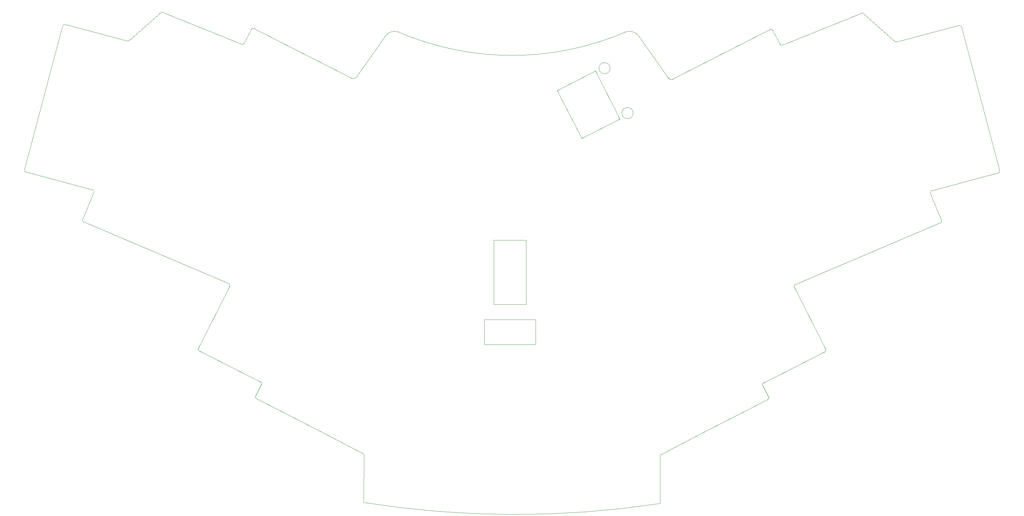
<source format=gbr>
%TF.GenerationSoftware,KiCad,Pcbnew,(6.0.4)*%
%TF.CreationDate,2022-12-04T19:47:34+01:00*%
%TF.ProjectId,BatreeqV2,42617472-6565-4715-9632-2e6b69636164,rev?*%
%TF.SameCoordinates,Original*%
%TF.FileFunction,Profile,NP*%
%FSLAX46Y46*%
G04 Gerber Fmt 4.6, Leading zero omitted, Abs format (unit mm)*
G04 Created by KiCad (PCBNEW (6.0.4)) date 2022-12-04 19:47:34*
%MOMM*%
%LPD*%
G01*
G04 APERTURE LIST*
%TA.AperFunction,Profile*%
%ADD10C,0.050000*%
%TD*%
%TA.AperFunction,Profile*%
%ADD11C,0.120000*%
%TD*%
G04 APERTURE END LIST*
D10*
X38631305Y-77102066D02*
G75*
G03*
X38286290Y-76411970I-518505J172066D01*
G01*
X226117814Y-101740107D02*
G75*
G03*
X225863800Y-102502078I202686J-490893D01*
G01*
X47491766Y-36573766D02*
G75*
G03*
X48164020Y-36396732I185534J660366D01*
G01*
X219513801Y-33446076D02*
X193097800Y-46908079D01*
X156741345Y-117838076D02*
X156741345Y-111138076D01*
X217481807Y-128156086D02*
G75*
G03*
X217372353Y-128611521I176193J-283214D01*
G01*
X220021763Y-33700096D02*
G75*
G03*
X219513801Y-33446076I-418263J-201504D01*
G01*
X66511404Y-118887933D02*
G75*
G03*
X66765447Y-119520078I401996J-205567D01*
G01*
X252653094Y-36650765D02*
G75*
G03*
X253325372Y-36827742I486706J483465D01*
G01*
X192081801Y-46400079D02*
X184207801Y-35192077D01*
X78211994Y-37510078D02*
X57031258Y-28923106D01*
X243785888Y-29177107D02*
X222605153Y-37764079D01*
X218855522Y-132509457D02*
G75*
G03*
X219004402Y-131964677I-195122J346057D01*
G01*
X111021347Y-160160079D02*
G75*
G03*
X189795802Y-160414077I40206193J253864629D01*
G01*
X110783349Y-159906076D02*
G75*
G03*
X111021347Y-160160079I258251J3476D01*
G01*
X234305698Y-119141958D02*
X225863800Y-102502078D01*
X31011347Y-32176071D02*
G75*
G03*
X30249346Y-32684076I-112247J-657129D01*
G01*
X78212003Y-37510049D02*
G75*
G03*
X78763347Y-37256079I137497J426949D01*
G01*
X81303344Y-33192085D02*
G75*
G03*
X80795345Y-33446079I-89644J-455715D01*
G01*
X219004402Y-131964677D02*
X217372353Y-128611521D01*
X38631345Y-77102079D02*
X35583347Y-84468078D01*
X35583352Y-84468081D02*
G75*
G03*
X35755299Y-84934864I312848J-149819D01*
G01*
X83444758Y-128357499D02*
G75*
G03*
X83335345Y-127902081I-285758J172199D01*
G01*
X81812809Y-131710715D02*
G75*
G03*
X81961628Y-132255452I342291J-199185D01*
G01*
X190303815Y-147206112D02*
G75*
G03*
X190030935Y-147639134I160585J-403688D01*
G01*
X107719346Y-46654078D02*
X81303346Y-33192076D01*
X20089384Y-71006090D02*
G75*
G03*
X20400297Y-71647970I488316J-159710D01*
G01*
X116609345Y-35192076D02*
X108735344Y-46400078D01*
X217481801Y-128156077D02*
X234051699Y-119774079D01*
X190033800Y-160160078D02*
X190030935Y-147639134D01*
X270567742Y-32938092D02*
G75*
G03*
X269805800Y-32430078I-649742J-149108D01*
G01*
X119911343Y-34149111D02*
G75*
G03*
X180905802Y-34149111I30497230J70469014D01*
G01*
X244323461Y-29256769D02*
G75*
G03*
X243785888Y-29177107I-330961J-379731D01*
G01*
X99337346Y-141110078D02*
X110513347Y-146952078D01*
X83444795Y-128357521D02*
X81812745Y-131710678D01*
X74953346Y-102248079D02*
X66511448Y-118887956D01*
X143025345Y-117838077D02*
X156741345Y-117838076D01*
X35755299Y-84934864D02*
X74699347Y-101486078D01*
X110786181Y-147385136D02*
G75*
G03*
X110513347Y-146952078I-433381J29436D01*
G01*
X47491772Y-36573744D02*
X31011346Y-32176077D01*
X252653128Y-36650731D02*
X244323459Y-29256771D01*
X192081764Y-46400099D02*
G75*
G03*
X193097800Y-46908079I871936J473899D01*
G01*
X143025345Y-117838077D02*
X143025345Y-111138077D01*
X74953313Y-102248059D02*
G75*
G03*
X74699347Y-101486078I-456513J271159D01*
G01*
X226117803Y-101740079D02*
X265061848Y-85188864D01*
X184207782Y-35192091D02*
G75*
G03*
X180905802Y-34149111I-2387682J-1810809D01*
G01*
X30249346Y-32684076D02*
X20089347Y-71006078D01*
X56493685Y-29002772D02*
X48164020Y-36396732D01*
X222053779Y-37510087D02*
G75*
G03*
X222605153Y-37764079I413921J173087D01*
G01*
X201479798Y-141364078D02*
X218855518Y-132509450D01*
X189795798Y-160414026D02*
G75*
G03*
X190033800Y-160160078I-20298J257526D01*
G01*
X143025345Y-111138077D02*
X156741345Y-111138076D01*
X81961628Y-132255452D02*
X99337346Y-141110078D01*
X20400297Y-71647970D02*
X38286290Y-76411970D01*
X280416872Y-71902036D02*
G75*
G03*
X280727802Y-71260077I-177472J482236D01*
G01*
X262530831Y-76665900D02*
G75*
G03*
X262185803Y-77356078I173569J-518100D01*
G01*
X119911359Y-34149058D02*
G75*
G03*
X116609345Y-35192076I-892459J-2922942D01*
G01*
X80795345Y-33446079D02*
X78763347Y-37256079D01*
X234051690Y-119774054D02*
G75*
G03*
X234305698Y-119141958I-147990J426554D01*
G01*
X262530854Y-76665970D02*
X280416848Y-71901970D01*
X222053801Y-37510078D02*
X220021801Y-33700078D01*
X57031280Y-28923056D02*
G75*
G03*
X56493685Y-29002772I-206580J-459444D01*
G01*
X269805800Y-32430078D02*
X253325372Y-36827742D01*
X265061861Y-85188893D02*
G75*
G03*
X265233802Y-84722075I-140961J316993D01*
G01*
X110786209Y-147385138D02*
X110783347Y-159906076D01*
X265233802Y-84722075D02*
X262185803Y-77356078D01*
X190303802Y-147206080D02*
X201479798Y-141364078D01*
X66765447Y-119520078D02*
X83335345Y-127902081D01*
X107719352Y-46654055D02*
G75*
G03*
X108735344Y-46400078I281448J1033255D01*
G01*
X280727802Y-71260077D02*
X270567801Y-32938079D01*
D11*
%TO.C,U5*%
X172694887Y-44626602D02*
X179241430Y-57474917D01*
X179241430Y-57474917D02*
X169057225Y-62664028D01*
X169057225Y-62664028D02*
X162510682Y-49815714D01*
X162510682Y-49815714D02*
X172694887Y-44626602D01*
X182777949Y-55920968D02*
G75*
G03*
X182777949Y-55920968I-1500033J0D01*
G01*
X176649092Y-43892409D02*
G75*
G03*
X176649092Y-43892409I-1500033J0D01*
G01*
%TO.C,U4*%
X145543347Y-89862077D02*
X154143347Y-89862077D01*
X154143347Y-89862077D02*
X154143347Y-107122077D01*
X154143347Y-107122077D02*
X145543347Y-107122077D01*
X145543347Y-107122077D02*
X145543347Y-89862077D01*
%TD*%
M02*

</source>
